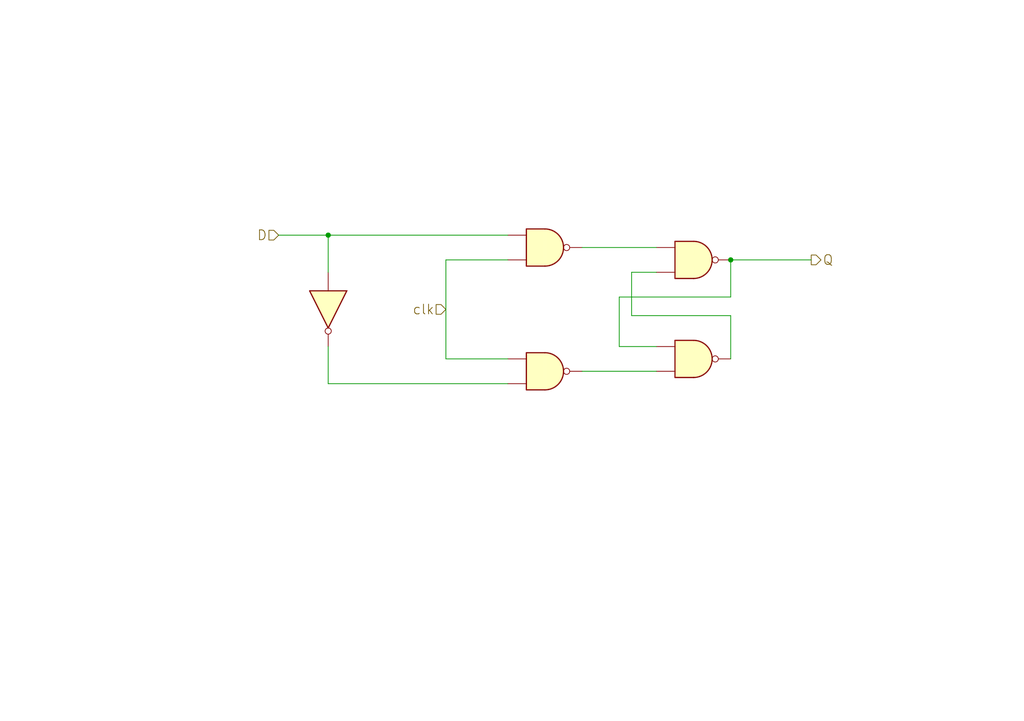
<source format=kicad_sch>
(kicad_sch (version 20230121) (generator eeschema)

  (uuid fe686315-9050-451f-a45d-3bf6e73862e7)

  (paper "A5")

  (lib_symbols
    (symbol "4xxx:4011" (pin_names (offset 1.016)) (in_bom yes) (on_board yes)
      (property "Reference" "U383" (at -0.0083 8.89 0)
        (effects (font (size 1.27 1.27)) hide)
      )
      (property "Value" "4011" (at -0.0083 6.35 0)
        (effects (font (size 1.27 1.27)) hide)
      )
      (property "Footprint" "" (at 0 0 0)
        (effects (font (size 1.27 1.27)) hide)
      )
      (property "Datasheet" "http://www.intersil.com/content/dam/Intersil/documents/cd40/cd4011bms-12bms-23bms.pdf" (at 0 0 0)
        (effects (font (size 1.27 1.27)) hide)
      )
      (property "ki_locked" "" (at 0 0 0)
        (effects (font (size 1.27 1.27)))
      )
      (property "ki_keywords" "CMOS Nand2" (at 0 0 0)
        (effects (font (size 1.27 1.27)) hide)
      )
      (property "ki_description" "Quad Nand 2 inputs" (at 0 0 0)
        (effects (font (size 1.27 1.27)) hide)
      )
      (property "ki_fp_filters" "DIP?14*" (at 0 0 0)
        (effects (font (size 1.27 1.27)) hide)
      )
      (symbol "4011_1_1"
        (arc (start 0 -3.81) (mid 3.7934 0) (end 0 3.81)
          (stroke (width 0.254) (type default))
          (fill (type background))
        )
        (polyline
          (pts
            (xy 0 3.81)
            (xy -3.81 3.81)
            (xy -3.81 -3.81)
            (xy 0 -3.81)
          )
          (stroke (width 0.254) (type default))
          (fill (type background))
        )
        (pin input line (at -7.62 -2.54 0) (length 3.81)
          (name "~" (effects (font (size 1.27 1.27))))
          (number "" (effects (font (size 1.27 1.27))))
        )
        (pin input line (at -7.62 2.54 0) (length 3.81)
          (name "~" (effects (font (size 1.27 1.27))))
          (number "" (effects (font (size 1.27 1.27))))
        )
        (pin output inverted (at 7.62 0 180) (length 3.81)
          (name "~" (effects (font (size 1.27 1.27))))
          (number "" (effects (font (size 1.27 1.27))))
        )
      )
      (symbol "4011_1_2"
        (arc (start -3.81 -3.81) (mid -2.589 0) (end -3.81 3.81)
          (stroke (width 0.254) (type default))
          (fill (type none))
        )
        (arc (start -0.6096 -3.81) (mid 2.1842 -2.5851) (end 3.81 0)
          (stroke (width 0.254) (type default))
          (fill (type background))
        )
        (polyline
          (pts
            (xy -3.81 -3.81)
            (xy -0.635 -3.81)
          )
          (stroke (width 0.254) (type default))
          (fill (type background))
        )
        (polyline
          (pts
            (xy -3.81 3.81)
            (xy -0.635 3.81)
          )
          (stroke (width 0.254) (type default))
          (fill (type background))
        )
        (polyline
          (pts
            (xy -0.635 3.81)
            (xy -3.81 3.81)
            (xy -3.81 3.81)
            (xy -3.556 3.4036)
            (xy -3.0226 2.2606)
            (xy -2.6924 1.0414)
            (xy -2.6162 -0.254)
            (xy -2.7686 -1.4986)
            (xy -3.175 -2.7178)
            (xy -3.81 -3.81)
            (xy -3.81 -3.81)
            (xy -0.635 -3.81)
          )
          (stroke (width -25.4) (type default))
          (fill (type background))
        )
        (arc (start 3.81 0) (mid 2.1915 2.5936) (end -0.6096 3.81)
          (stroke (width 0.254) (type default))
          (fill (type background))
        )
        (pin input inverted (at -7.62 2.54 0) (length 4.318)
          (name "~" (effects (font (size 1.27 1.27))))
          (number "1" (effects (font (size 1.27 1.27))))
        )
        (pin input inverted (at -7.62 -2.54 0) (length 4.318)
          (name "~" (effects (font (size 1.27 1.27))))
          (number "2" (effects (font (size 1.27 1.27))))
        )
        (pin output line (at 7.62 0 180) (length 3.81)
          (name "~" (effects (font (size 1.27 1.27))))
          (number "3" (effects (font (size 1.27 1.27))))
        )
      )
      (symbol "4011_2_1"
        (arc (start 0 -3.81) (mid 3.7934 0) (end 0 3.81)
          (stroke (width 0.254) (type default))
          (fill (type background))
        )
        (polyline
          (pts
            (xy 0 3.81)
            (xy -3.81 3.81)
            (xy -3.81 -3.81)
            (xy 0 -3.81)
          )
          (stroke (width 0.254) (type default))
          (fill (type background))
        )
        (pin output inverted (at 7.62 0 180) (length 3.81)
          (name "~" (effects (font (size 1.27 1.27))))
          (number "4" (effects (font (size 1.27 1.27))))
        )
        (pin input line (at -7.62 2.54 0) (length 3.81)
          (name "~" (effects (font (size 1.27 1.27))))
          (number "5" (effects (font (size 1.27 1.27))))
        )
        (pin input line (at -7.62 -2.54 0) (length 3.81)
          (name "~" (effects (font (size 1.27 1.27))))
          (number "6" (effects (font (size 1.27 1.27))))
        )
      )
      (symbol "4011_2_2"
        (arc (start -3.81 -3.81) (mid -2.589 0) (end -3.81 3.81)
          (stroke (width 0.254) (type default))
          (fill (type none))
        )
        (arc (start -0.6096 -3.81) (mid 2.1842 -2.5851) (end 3.81 0)
          (stroke (width 0.254) (type default))
          (fill (type background))
        )
        (polyline
          (pts
            (xy -3.81 -3.81)
            (xy -0.635 -3.81)
          )
          (stroke (width 0.254) (type default))
          (fill (type background))
        )
        (polyline
          (pts
            (xy -3.81 3.81)
            (xy -0.635 3.81)
          )
          (stroke (width 0.254) (type default))
          (fill (type background))
        )
        (polyline
          (pts
            (xy -0.635 3.81)
            (xy -3.81 3.81)
            (xy -3.81 3.81)
            (xy -3.556 3.4036)
            (xy -3.0226 2.2606)
            (xy -2.6924 1.0414)
            (xy -2.6162 -0.254)
            (xy -2.7686 -1.4986)
            (xy -3.175 -2.7178)
            (xy -3.81 -3.81)
            (xy -3.81 -3.81)
            (xy -0.635 -3.81)
          )
          (stroke (width -25.4) (type default))
          (fill (type background))
        )
        (arc (start 3.81 0) (mid 2.1915 2.5936) (end -0.6096 3.81)
          (stroke (width 0.254) (type default))
          (fill (type background))
        )
        (pin output line (at 7.62 0 180) (length 3.81)
          (name "~" (effects (font (size 1.27 1.27))))
          (number "4" (effects (font (size 1.27 1.27))))
        )
        (pin input inverted (at -7.62 2.54 0) (length 4.318)
          (name "~" (effects (font (size 1.27 1.27))))
          (number "5" (effects (font (size 1.27 1.27))))
        )
        (pin input inverted (at -7.62 -2.54 0) (length 4.318)
          (name "~" (effects (font (size 1.27 1.27))))
          (number "6" (effects (font (size 1.27 1.27))))
        )
      )
      (symbol "4011_3_1"
        (arc (start 0 -3.81) (mid 3.7934 0) (end 0 3.81)
          (stroke (width 0.254) (type default))
          (fill (type background))
        )
        (polyline
          (pts
            (xy 0 3.81)
            (xy -3.81 3.81)
            (xy -3.81 -3.81)
            (xy 0 -3.81)
          )
          (stroke (width 0.254) (type default))
          (fill (type background))
        )
        (pin output inverted (at 7.62 0 180) (length 3.81)
          (name "~" (effects (font (size 1.27 1.27))))
          (number "10" (effects (font (size 1.27 1.27))))
        )
        (pin input line (at -7.62 2.54 0) (length 3.81)
          (name "~" (effects (font (size 1.27 1.27))))
          (number "8" (effects (font (size 1.27 1.27))))
        )
        (pin input line (at -7.62 -2.54 0) (length 3.81)
          (name "~" (effects (font (size 1.27 1.27))))
          (number "9" (effects (font (size 1.27 1.27))))
        )
      )
      (symbol "4011_3_2"
        (arc (start -3.81 -3.81) (mid -2.589 0) (end -3.81 3.81)
          (stroke (width 0.254) (type default))
          (fill (type none))
        )
        (arc (start -0.6096 -3.81) (mid 2.1842 -2.5851) (end 3.81 0)
          (stroke (width 0.254) (type default))
          (fill (type background))
        )
        (polyline
          (pts
            (xy -3.81 -3.81)
            (xy -0.635 -3.81)
          )
          (stroke (width 0.254) (type default))
          (fill (type background))
        )
        (polyline
          (pts
            (xy -3.81 3.81)
            (xy -0.635 3.81)
          )
          (stroke (width 0.254) (type default))
          (fill (type background))
        )
        (polyline
          (pts
            (xy -0.635 3.81)
            (xy -3.81 3.81)
            (xy -3.81 3.81)
            (xy -3.556 3.4036)
            (xy -3.0226 2.2606)
            (xy -2.6924 1.0414)
            (xy -2.6162 -0.254)
            (xy -2.7686 -1.4986)
            (xy -3.175 -2.7178)
            (xy -3.81 -3.81)
            (xy -3.81 -3.81)
            (xy -0.635 -3.81)
          )
          (stroke (width -25.4) (type default))
          (fill (type background))
        )
        (arc (start 3.81 0) (mid 2.1915 2.5936) (end -0.6096 3.81)
          (stroke (width 0.254) (type default))
          (fill (type background))
        )
        (pin output line (at 7.62 0 180) (length 3.81)
          (name "~" (effects (font (size 1.27 1.27))))
          (number "10" (effects (font (size 1.27 1.27))))
        )
        (pin input inverted (at -7.62 2.54 0) (length 4.318)
          (name "~" (effects (font (size 1.27 1.27))))
          (number "8" (effects (font (size 1.27 1.27))))
        )
        (pin input inverted (at -7.62 -2.54 0) (length 4.318)
          (name "~" (effects (font (size 1.27 1.27))))
          (number "9" (effects (font (size 1.27 1.27))))
        )
      )
      (symbol "4011_4_1"
        (arc (start 0 -3.81) (mid 3.7934 0) (end 0 3.81)
          (stroke (width 0.254) (type default))
          (fill (type background))
        )
        (polyline
          (pts
            (xy 0 3.81)
            (xy -3.81 3.81)
            (xy -3.81 -3.81)
            (xy 0 -3.81)
          )
          (stroke (width 0.254) (type default))
          (fill (type background))
        )
        (pin output inverted (at 7.62 0 180) (length 3.81)
          (name "~" (effects (font (size 1.27 1.27))))
          (number "11" (effects (font (size 1.27 1.27))))
        )
        (pin input line (at -7.62 2.54 0) (length 3.81)
          (name "~" (effects (font (size 1.27 1.27))))
          (number "12" (effects (font (size 1.27 1.27))))
        )
        (pin input line (at -7.62 -2.54 0) (length 3.81)
          (name "~" (effects (font (size 1.27 1.27))))
          (number "13" (effects (font (size 1.27 1.27))))
        )
      )
      (symbol "4011_4_2"
        (arc (start -3.81 -3.81) (mid -2.589 0) (end -3.81 3.81)
          (stroke (width 0.254) (type default))
          (fill (type none))
        )
        (arc (start -0.6096 -3.81) (mid 2.1842 -2.5851) (end 3.81 0)
          (stroke (width 0.254) (type default))
          (fill (type background))
        )
        (polyline
          (pts
            (xy -3.81 -3.81)
            (xy -0.635 -3.81)
          )
          (stroke (width 0.254) (type default))
          (fill (type background))
        )
        (polyline
          (pts
            (xy -3.81 3.81)
            (xy -0.635 3.81)
          )
          (stroke (width 0.254) (type default))
          (fill (type background))
        )
        (polyline
          (pts
            (xy -0.635 3.81)
            (xy -3.81 3.81)
            (xy -3.81 3.81)
            (xy -3.556 3.4036)
            (xy -3.0226 2.2606)
            (xy -2.6924 1.0414)
            (xy -2.6162 -0.254)
            (xy -2.7686 -1.4986)
            (xy -3.175 -2.7178)
            (xy -3.81 -3.81)
            (xy -3.81 -3.81)
            (xy -0.635 -3.81)
          )
          (stroke (width -25.4) (type default))
          (fill (type background))
        )
        (arc (start 3.81 0) (mid 2.1915 2.5936) (end -0.6096 3.81)
          (stroke (width 0.254) (type default))
          (fill (type background))
        )
        (pin output line (at 7.62 0 180) (length 3.81)
          (name "~" (effects (font (size 1.27 1.27))))
          (number "11" (effects (font (size 1.27 1.27))))
        )
        (pin input inverted (at -7.62 2.54 0) (length 4.318)
          (name "~" (effects (font (size 1.27 1.27))))
          (number "12" (effects (font (size 1.27 1.27))))
        )
        (pin input inverted (at -7.62 -2.54 0) (length 4.318)
          (name "~" (effects (font (size 1.27 1.27))))
          (number "13" (effects (font (size 1.27 1.27))))
        )
      )
      (symbol "4011_5_0"
        (pin power_in line (at 0 12.7 270) (length 5.08)
          (name "VDD" (effects (font (size 1.27 1.27))))
          (number "14" (effects (font (size 1.27 1.27))))
        )
        (pin power_in line (at 0 -12.7 90) (length 5.08)
          (name "VSS" (effects (font (size 1.27 1.27))))
          (number "7" (effects (font (size 1.27 1.27))))
        )
      )
      (symbol "4011_5_1"
        (rectangle (start -5.08 7.62) (end 5.08 -7.62)
          (stroke (width 0.254) (type default))
          (fill (type background))
        )
      )
    )
    (symbol "4xxx:4069" (pin_names (offset 1.016)) (in_bom yes) (on_board yes)
      (property "Reference" "U384" (at 0 8.89 0)
        (effects (font (size 1.27 1.27)) hide)
      )
      (property "Value" "4069" (at 0 6.35 0)
        (effects (font (size 1.27 1.27)) hide)
      )
      (property "Footprint" "" (at 0 0 0)
        (effects (font (size 1.27 1.27)) hide)
      )
      (property "Datasheet" "http://www.intersil.com/content/dam/Intersil/documents/cd40/cd4069ubms.pdf" (at 0 0 0)
        (effects (font (size 1.27 1.27)) hide)
      )
      (property "ki_locked" "" (at 0 0 0)
        (effects (font (size 1.27 1.27)))
      )
      (property "ki_keywords" "CMOS NOT" (at 0 0 0)
        (effects (font (size 1.27 1.27)) hide)
      )
      (property "ki_description" "Hex inverter" (at 0 0 0)
        (effects (font (size 1.27 1.27)) hide)
      )
      (property "ki_fp_filters" "DIP?14*" (at 0 0 0)
        (effects (font (size 1.27 1.27)) hide)
      )
      (symbol "4069_1_0"
        (polyline
          (pts
            (xy -3.81 3.81)
            (xy -3.81 -3.81)
            (xy 3.81 0)
            (xy -3.81 3.81)
          )
          (stroke (width 0.254) (type default))
          (fill (type background))
        )
        (pin input line (at -7.62 0 0) (length 3.81)
          (name "~" (effects (font (size 1.27 1.27))))
          (number "" (effects (font (size 1.27 1.27))))
        )
        (pin output inverted (at 7.62 0 180) (length 3.81)
          (name "~" (effects (font (size 1.27 1.27))))
          (number "" (effects (font (size 1.27 1.27))))
        )
      )
      (symbol "4069_2_0"
        (polyline
          (pts
            (xy -3.81 3.81)
            (xy -3.81 -3.81)
            (xy 3.81 0)
            (xy -3.81 3.81)
          )
          (stroke (width 0.254) (type default))
          (fill (type background))
        )
        (pin input line (at -7.62 0 0) (length 3.81)
          (name "~" (effects (font (size 1.27 1.27))))
          (number "3" (effects (font (size 1.27 1.27))))
        )
        (pin output inverted (at 7.62 0 180) (length 3.81)
          (name "~" (effects (font (size 1.27 1.27))))
          (number "4" (effects (font (size 1.27 1.27))))
        )
      )
      (symbol "4069_3_0"
        (polyline
          (pts
            (xy -3.81 3.81)
            (xy -3.81 -3.81)
            (xy 3.81 0)
            (xy -3.81 3.81)
          )
          (stroke (width 0.254) (type default))
          (fill (type background))
        )
        (pin input line (at -7.62 0 0) (length 3.81)
          (name "~" (effects (font (size 1.27 1.27))))
          (number "5" (effects (font (size 1.27 1.27))))
        )
        (pin output inverted (at 7.62 0 180) (length 3.81)
          (name "~" (effects (font (size 1.27 1.27))))
          (number "6" (effects (font (size 1.27 1.27))))
        )
      )
      (symbol "4069_4_0"
        (polyline
          (pts
            (xy -3.81 3.81)
            (xy -3.81 -3.81)
            (xy 3.81 0)
            (xy -3.81 3.81)
          )
          (stroke (width 0.254) (type default))
          (fill (type background))
        )
        (pin output inverted (at 7.62 0 180) (length 3.81)
          (name "~" (effects (font (size 1.27 1.27))))
          (number "8" (effects (font (size 1.27 1.27))))
        )
        (pin input line (at -7.62 0 0) (length 3.81)
          (name "~" (effects (font (size 1.27 1.27))))
          (number "9" (effects (font (size 1.27 1.27))))
        )
      )
      (symbol "4069_5_0"
        (polyline
          (pts
            (xy -3.81 3.81)
            (xy -3.81 -3.81)
            (xy 3.81 0)
            (xy -3.81 3.81)
          )
          (stroke (width 0.254) (type default))
          (fill (type background))
        )
        (pin output inverted (at 7.62 0 180) (length 3.81)
          (name "~" (effects (font (size 1.27 1.27))))
          (number "10" (effects (font (size 1.27 1.27))))
        )
        (pin input line (at -7.62 0 0) (length 3.81)
          (name "~" (effects (font (size 1.27 1.27))))
          (number "11" (effects (font (size 1.27 1.27))))
        )
      )
      (symbol "4069_6_0"
        (polyline
          (pts
            (xy -3.81 3.81)
            (xy -3.81 -3.81)
            (xy 3.81 0)
            (xy -3.81 3.81)
          )
          (stroke (width 0.254) (type default))
          (fill (type background))
        )
        (pin output inverted (at 7.62 0 180) (length 3.81)
          (name "~" (effects (font (size 1.27 1.27))))
          (number "12" (effects (font (size 1.27 1.27))))
        )
        (pin input line (at -7.62 0 0) (length 3.81)
          (name "~" (effects (font (size 1.27 1.27))))
          (number "13" (effects (font (size 1.27 1.27))))
        )
      )
      (symbol "4069_7_0"
        (pin power_in line (at 0 12.7 270) (length 5.08)
          (name "VDD" (effects (font (size 1.27 1.27))))
          (number "14" (effects (font (size 1.27 1.27))))
        )
        (pin power_in line (at 0 -12.7 90) (length 5.08)
          (name "VSS" (effects (font (size 1.27 1.27))))
          (number "7" (effects (font (size 1.27 1.27))))
        )
      )
      (symbol "4069_7_1"
        (rectangle (start -5.08 7.62) (end 5.08 -7.62)
          (stroke (width 0.254) (type default))
          (fill (type background))
        )
      )
    )
  )

  (junction (at 149.86 53.34) (diameter 0) (color 0 0 0 0)
    (uuid 8d28a0fd-f6e7-4523-83f5-81ba80426c7d)
  )
  (junction (at 67.31 48.26) (diameter 0) (color 0 0 0 0)
    (uuid a2ce09a9-1401-4038-810e-a933f19dd83e)
  )

  (wire (pts (xy 67.31 78.74) (xy 104.14 78.74))
    (stroke (width 0) (type default))
    (uuid 1a088d16-b332-4a06-953a-9262a03ba608)
  )
  (wire (pts (xy 119.38 50.8) (xy 134.62 50.8))
    (stroke (width 0) (type default))
    (uuid 22f42258-3950-4152-9d23-56cdd4beaebd)
  )
  (wire (pts (xy 104.14 53.34) (xy 91.44 53.34))
    (stroke (width 0) (type default))
    (uuid 28fbf1c6-163d-446d-8fe9-2041dd661574)
  )
  (wire (pts (xy 129.54 64.77) (xy 129.54 55.88))
    (stroke (width 0) (type default))
    (uuid 3011179f-ee48-45f2-a042-cd1fd01e3118)
  )
  (wire (pts (xy 149.86 73.66) (xy 149.86 64.77))
    (stroke (width 0) (type default))
    (uuid 49dd0cfb-18ba-4c17-ab8b-984b9d7861f0)
  )
  (wire (pts (xy 57.15 48.26) (xy 67.31 48.26))
    (stroke (width 0) (type default))
    (uuid 4d8aa782-08cf-491c-91e4-cb641e69f4a5)
  )
  (wire (pts (xy 129.54 55.88) (xy 134.62 55.88))
    (stroke (width 0) (type default))
    (uuid 526fd994-de97-4872-9ebc-28f1f39b33d8)
  )
  (wire (pts (xy 91.44 53.34) (xy 91.44 73.66))
    (stroke (width 0) (type default))
    (uuid 5304a864-31a5-4d11-aef3-f09c91ff9cc6)
  )
  (wire (pts (xy 67.31 71.12) (xy 67.31 78.74))
    (stroke (width 0) (type default))
    (uuid 5d76098a-28aa-4f9a-b316-eebf9fe7a561)
  )
  (wire (pts (xy 67.31 55.88) (xy 67.31 48.26))
    (stroke (width 0) (type default))
    (uuid 6b4cf26d-6a5a-46af-95ac-28ef3e6748ae)
  )
  (wire (pts (xy 119.38 76.2) (xy 134.62 76.2))
    (stroke (width 0) (type default))
    (uuid 95d61d2f-2bac-4a6a-be91-4d050b08895b)
  )
  (wire (pts (xy 149.86 64.77) (xy 129.54 64.77))
    (stroke (width 0) (type default))
    (uuid a5d08487-f5f2-4616-8910-706ee3910480)
  )
  (wire (pts (xy 67.31 48.26) (xy 104.14 48.26))
    (stroke (width 0) (type default))
    (uuid aadb377d-84cc-44be-bf49-52aa47074f2a)
  )
  (wire (pts (xy 149.86 60.96) (xy 127 60.96))
    (stroke (width 0) (type default))
    (uuid c09a8716-e55d-4fb6-8f4e-1b74d5595111)
  )
  (wire (pts (xy 149.86 53.34) (xy 166.37 53.34))
    (stroke (width 0) (type default))
    (uuid cc8a079e-1dc1-41d5-9f45-49b744351913)
  )
  (wire (pts (xy 104.14 73.66) (xy 91.44 73.66))
    (stroke (width 0) (type default))
    (uuid d58f3c09-fd79-44fa-a1fa-d5125344ed52)
  )
  (wire (pts (xy 127 71.12) (xy 134.62 71.12))
    (stroke (width 0) (type default))
    (uuid e7ecbfe6-7f05-4335-ab2d-393369d7c5af)
  )
  (wire (pts (xy 127 60.96) (xy 127 71.12))
    (stroke (width 0) (type default))
    (uuid f8613f9c-77cb-43e5-9143-09eeaa737826)
  )
  (wire (pts (xy 149.86 53.34) (xy 149.86 60.96))
    (stroke (width 0) (type default))
    (uuid fa1b6f95-d6a9-4059-af5e-c6ef6c0636a8)
  )

  (hierarchical_label "clk" (shape input) (at 91.44 63.5 180) (fields_autoplaced)
    (effects (font (size 2 2)) (justify right))
    (uuid 54daca14-57d8-451c-86cd-9d30ddaa917d)
  )
  (hierarchical_label "D" (shape input) (at 57.15 48.26 180) (fields_autoplaced)
    (effects (font (size 2 2)) (justify right))
    (uuid 5b3488f8-2845-423f-9a31-d5c85b957be8)
  )
  (hierarchical_label "Q" (shape output) (at 166.37 53.34 0) (fields_autoplaced)
    (effects (font (size 2 2)) (justify left))
    (uuid c3caaf59-71de-4d78-8d8d-898b237f987f)
  )

  (symbol (lib_id "4xxx:4011") (at 142.24 53.34 0) (unit 1)
    (in_bom yes) (on_board yes) (dnp no) (fields_autoplaced)
    (uuid 6ce31a8d-a58b-48bd-91f4-22212eab5a40)
    (property "Reference" "U383" (at 142.2317 44.45 0)
      (effects (font (size 1.27 1.27)) hide)
    )
    (property "Value" "4011" (at 142.2317 46.99 0)
      (effects (font (size 1.27 1.27)) hide)
    )
    (property "Footprint" "" (at 142.24 53.34 0)
      (effects (font (size 1.27 1.27)) hide)
    )
    (property "Datasheet" "http://www.intersil.com/content/dam/Intersil/documents/cd40/cd4011bms-12bms-23bms.pdf" (at 142.24 53.34 0)
      (effects (font (size 1.27 1.27)) hide)
    )
    (pin "12" (uuid 13fb3cc6-a37d-4f89-a2a2-8ddf3921f547))
    (pin "9" (uuid 31ed999d-2650-4cfa-88da-22969097459b))
    (pin "7" (uuid 868e8ed5-6d2d-4ada-b284-86d23db68154))
    (pin "4" (uuid d38e0b0f-2e96-482e-8b34-abdc0fc64f67))
    (pin "11" (uuid 56d0c484-ae12-48c4-be2a-847f2a1c3975))
    (pin "" (uuid ec34e070-b5f0-4d67-a831-16dfa03e292f))
    (pin "13" (uuid 0be549f3-6623-4dc5-b7d1-63a6f059daa1))
    (pin "6" (uuid ae2ecfda-eb51-4b0e-8f63-2bc8daca98ce))
    (pin "" (uuid b2a8056c-9324-4144-9fe9-03a76f1618ca))
    (pin "8" (uuid e16723b5-2336-4589-93d5-e06e85373791))
    (pin "" (uuid ab596aaa-9d36-4af8-9fb9-e53a73ab718f))
    (pin "10" (uuid a38e57dd-fdec-4e4a-8839-4bc5f6ac4154))
    (pin "5" (uuid bda1196b-68ed-4c5f-bf3e-ff2c9bc71e12))
    (pin "14" (uuid 3c626392-b8ec-4388-854d-d5c98a59b942))
    (instances
      (project "scheme"
        (path "/e68ef4a4-ecbb-47e0-a4bb-374efe814026/6ca7316f-95d4-4f12-9f1b-d33c49389fbd/93bf3f37-f617-4895-8348-720df0926394/79f60215-d8b7-4dea-9fcf-67699a7235fb"
          (reference "U383") (unit 1)
        )
        (path "/e68ef4a4-ecbb-47e0-a4bb-374efe814026/6ca7316f-95d4-4f12-9f1b-d33c49389fbd/93bf3f37-f617-4895-8348-720df0926394/0e65582e-e8c6-44ba-8680-165bc2610daa"
          (reference "U391") (unit 1)
        )
      )
    )
  )

  (symbol (lib_id "4xxx:4069") (at 67.31 63.5 270) (unit 1)
    (in_bom yes) (on_board yes) (dnp no) (fields_autoplaced)
    (uuid 8f46a084-2daa-4c0f-b0f7-da0ffe277ec0)
    (property "Reference" "U384" (at 76.2 63.5 0)
      (effects (font (size 1.27 1.27)) hide)
    )
    (property "Value" "4069" (at 73.66 63.5 0)
      (effects (font (size 1.27 1.27)) hide)
    )
    (property "Footprint" "" (at 67.31 63.5 0)
      (effects (font (size 1.27 1.27)) hide)
    )
    (property "Datasheet" "http://www.intersil.com/content/dam/Intersil/documents/cd40/cd4069ubms.pdf" (at 67.31 63.5 0)
      (effects (font (size 1.27 1.27)) hide)
    )
    (pin "4" (uuid fee9ecfc-6b89-4905-af54-2546a33125b0))
    (pin "" (uuid fed5b1d5-e29a-479d-b23a-245d0846b06f))
    (pin "7" (uuid 20125b49-c804-46b5-b3e0-4b21009bf32a))
    (pin "8" (uuid 58da984b-f999-4395-aac4-8da9c85bdd40))
    (pin "3" (uuid eacd76d7-5cfe-48cc-8093-c5bbf8e82438))
    (pin "9" (uuid 5e6329c1-6b00-40a6-8ca8-1d6104117cfd))
    (pin "10" (uuid 598d184f-8bb3-48dd-9399-653a874a9bf9))
    (pin "" (uuid d5d16de6-9c32-4e95-9ea9-58d7097e8f6a))
    (pin "6" (uuid 0ee988de-bdee-4538-96f3-1952034a7682))
    (pin "11" (uuid 0c2e0bfc-4636-451d-ab4c-2482afafa4df))
    (pin "13" (uuid cb399c37-d122-495a-8920-1ef28eb91bd1))
    (pin "12" (uuid 0c0bd51a-d63d-49f5-8829-a5dced694894))
    (pin "14" (uuid 54cc83e6-7c33-4959-9a3d-cbfbbcbfb0ec))
    (pin "5" (uuid 1640c687-d04b-4698-8f0c-afcffe061137))
    (instances
      (project "scheme"
        (path "/e68ef4a4-ecbb-47e0-a4bb-374efe814026/6ca7316f-95d4-4f12-9f1b-d33c49389fbd/93bf3f37-f617-4895-8348-720df0926394/79f60215-d8b7-4dea-9fcf-67699a7235fb"
          (reference "U384") (unit 1)
        )
        (path "/e68ef4a4-ecbb-47e0-a4bb-374efe814026/6ca7316f-95d4-4f12-9f1b-d33c49389fbd/93bf3f37-f617-4895-8348-720df0926394/0e65582e-e8c6-44ba-8680-165bc2610daa"
          (reference "U388") (unit 1)
        )
      )
    )
  )

  (symbol (lib_id "4xxx:4011") (at 111.76 76.2 0) (unit 1)
    (in_bom yes) (on_board yes) (dnp no) (fields_autoplaced)
    (uuid 9bad56b1-a53a-43dc-b01f-2881de212286)
    (property "Reference" "U387" (at 111.7517 67.31 0)
      (effects (font (size 1.27 1.27)) hide)
    )
    (property "Value" "4011" (at 111.7517 69.85 0)
      (effects (font (size 1.27 1.27)) hide)
    )
    (property "Footprint" "" (at 111.76 76.2 0)
      (effects (font (size 1.27 1.27)) hide)
    )
    (property "Datasheet" "http://www.intersil.com/content/dam/Intersil/documents/cd40/cd4011bms-12bms-23bms.pdf" (at 111.76 76.2 0)
      (effects (font (size 1.27 1.27)) hide)
    )
    (pin "12" (uuid 13fb3cc6-a37d-4f89-a2a2-8ddf3921f548))
    (pin "9" (uuid 31ed999d-2650-4cfa-88da-22969097459c))
    (pin "7" (uuid 868e8ed5-6d2d-4ada-b284-86d23db68155))
    (pin "4" (uuid d38e0b0f-2e96-482e-8b34-abdc0fc64f68))
    (pin "11" (uuid 56d0c484-ae12-48c4-be2a-847f2a1c3976))
    (pin "" (uuid 303a0769-32fb-493f-bcfe-62d231e03b2c))
    (pin "13" (uuid 0be549f3-6623-4dc5-b7d1-63a6f059daa2))
    (pin "6" (uuid ae2ecfda-eb51-4b0e-8f63-2bc8daca98cf))
    (pin "" (uuid 96883e9b-93a1-48ef-b29a-be8fc2fc7c9b))
    (pin "8" (uuid e16723b5-2336-4589-93d5-e06e85373792))
    (pin "" (uuid ed0dc0c9-9cb9-42a2-9d12-ef95fb439865))
    (pin "10" (uuid a38e57dd-fdec-4e4a-8839-4bc5f6ac4155))
    (pin "5" (uuid bda1196b-68ed-4c5f-bf3e-ff2c9bc71e13))
    (pin "14" (uuid 3c626392-b8ec-4388-854d-d5c98a59b943))
    (instances
      (project "scheme"
        (path "/e68ef4a4-ecbb-47e0-a4bb-374efe814026/6ca7316f-95d4-4f12-9f1b-d33c49389fbd/93bf3f37-f617-4895-8348-720df0926394/79f60215-d8b7-4dea-9fcf-67699a7235fb"
          (reference "U387") (unit 1)
        )
        (path "/e68ef4a4-ecbb-47e0-a4bb-374efe814026/6ca7316f-95d4-4f12-9f1b-d33c49389fbd/93bf3f37-f617-4895-8348-720df0926394/0e65582e-e8c6-44ba-8680-165bc2610daa"
          (reference "U390") (unit 1)
        )
      )
    )
  )

  (symbol (lib_id "4xxx:4011") (at 111.76 50.8 0) (unit 1)
    (in_bom yes) (on_board yes) (dnp no) (fields_autoplaced)
    (uuid d0bd566b-dee3-420d-82a8-0766c007e8e2)
    (property "Reference" "U386" (at 111.7517 41.91 0)
      (effects (font (size 1.27 1.27)) hide)
    )
    (property "Value" "4011" (at 111.7517 44.45 0)
      (effects (font (size 1.27 1.27)) hide)
    )
    (property "Footprint" "" (at 111.76 50.8 0)
      (effects (font (size 1.27 1.27)) hide)
    )
    (property "Datasheet" "http://www.intersil.com/content/dam/Intersil/documents/cd40/cd4011bms-12bms-23bms.pdf" (at 111.76 50.8 0)
      (effects (font (size 1.27 1.27)) hide)
    )
    (pin "12" (uuid 13fb3cc6-a37d-4f89-a2a2-8ddf3921f549))
    (pin "9" (uuid 31ed999d-2650-4cfa-88da-22969097459d))
    (pin "7" (uuid 868e8ed5-6d2d-4ada-b284-86d23db68156))
    (pin "4" (uuid d38e0b0f-2e96-482e-8b34-abdc0fc64f69))
    (pin "11" (uuid 56d0c484-ae12-48c4-be2a-847f2a1c3977))
    (pin "" (uuid ef7fabcd-1a66-43cb-8933-307d80bd8082))
    (pin "13" (uuid 0be549f3-6623-4dc5-b7d1-63a6f059daa3))
    (pin "6" (uuid ae2ecfda-eb51-4b0e-8f63-2bc8daca98d0))
    (pin "" (uuid b284a4f3-1d89-40d7-882a-6a62ec21e6b8))
    (pin "8" (uuid e16723b5-2336-4589-93d5-e06e85373793))
    (pin "" (uuid 721fd51b-9075-4da2-88fb-57f2b9ed7581))
    (pin "10" (uuid a38e57dd-fdec-4e4a-8839-4bc5f6ac4156))
    (pin "5" (uuid bda1196b-68ed-4c5f-bf3e-ff2c9bc71e14))
    (pin "14" (uuid 3c626392-b8ec-4388-854d-d5c98a59b944))
    (instances
      (project "scheme"
        (path "/e68ef4a4-ecbb-47e0-a4bb-374efe814026/6ca7316f-95d4-4f12-9f1b-d33c49389fbd/93bf3f37-f617-4895-8348-720df0926394/79f60215-d8b7-4dea-9fcf-67699a7235fb"
          (reference "U386") (unit 1)
        )
        (path "/e68ef4a4-ecbb-47e0-a4bb-374efe814026/6ca7316f-95d4-4f12-9f1b-d33c49389fbd/93bf3f37-f617-4895-8348-720df0926394/0e65582e-e8c6-44ba-8680-165bc2610daa"
          (reference "U389") (unit 1)
        )
      )
    )
  )

  (symbol (lib_id "4xxx:4011") (at 142.24 73.66 0) (unit 1)
    (in_bom yes) (on_board yes) (dnp no) (fields_autoplaced)
    (uuid f1c22bb3-9ac0-48c3-a856-a8710b984044)
    (property "Reference" "U385" (at 142.2317 64.77 0)
      (effects (font (size 1.27 1.27)) hide)
    )
    (property "Value" "4011" (at 142.2317 67.31 0)
      (effects (font (size 1.27 1.27)) hide)
    )
    (property "Footprint" "" (at 142.24 73.66 0)
      (effects (font (size 1.27 1.27)) hide)
    )
    (property "Datasheet" "http://www.intersil.com/content/dam/Intersil/documents/cd40/cd4011bms-12bms-23bms.pdf" (at 142.24 73.66 0)
      (effects (font (size 1.27 1.27)) hide)
    )
    (pin "12" (uuid 13fb3cc6-a37d-4f89-a2a2-8ddf3921f54a))
    (pin "9" (uuid 31ed999d-2650-4cfa-88da-22969097459e))
    (pin "7" (uuid 868e8ed5-6d2d-4ada-b284-86d23db68157))
    (pin "4" (uuid d38e0b0f-2e96-482e-8b34-abdc0fc64f6a))
    (pin "11" (uuid 56d0c484-ae12-48c4-be2a-847f2a1c3978))
    (pin "" (uuid 16fe6915-5a21-42ea-82c0-fa5f507e2f02))
    (pin "13" (uuid 0be549f3-6623-4dc5-b7d1-63a6f059daa4))
    (pin "6" (uuid ae2ecfda-eb51-4b0e-8f63-2bc8daca98d1))
    (pin "" (uuid e7b8d7b6-1ba1-47a9-bad1-5dfb1bf590af))
    (pin "8" (uuid e16723b5-2336-4589-93d5-e06e85373794))
    (pin "" (uuid e47e2915-480e-4bf3-ae4f-30d19c0846d6))
    (pin "10" (uuid a38e57dd-fdec-4e4a-8839-4bc5f6ac4157))
    (pin "5" (uuid bda1196b-68ed-4c5f-bf3e-ff2c9bc71e15))
    (pin "14" (uuid 3c626392-b8ec-4388-854d-d5c98a59b945))
    (instances
      (project "scheme"
        (path "/e68ef4a4-ecbb-47e0-a4bb-374efe814026/6ca7316f-95d4-4f12-9f1b-d33c49389fbd/93bf3f37-f617-4895-8348-720df0926394/79f60215-d8b7-4dea-9fcf-67699a7235fb"
          (reference "U385") (unit 1)
        )
        (path "/e68ef4a4-ecbb-47e0-a4bb-374efe814026/6ca7316f-95d4-4f12-9f1b-d33c49389fbd/93bf3f37-f617-4895-8348-720df0926394/0e65582e-e8c6-44ba-8680-165bc2610daa"
          (reference "U392") (unit 1)
        )
      )
    )
  )
)

</source>
